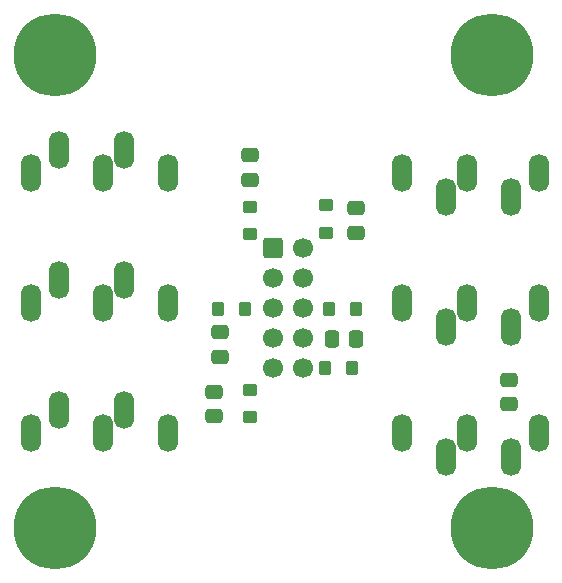
<source format=gbs>
G04 #@! TF.GenerationSoftware,KiCad,Pcbnew,7.0.7*
G04 #@! TF.CreationDate,2023-11-05T15:47:32+01:00*
G04 #@! TF.ProjectId,K_BF,4b5f4246-2e6b-4696-9361-645f70636258,rev?*
G04 #@! TF.SameCoordinates,Original*
G04 #@! TF.FileFunction,Soldermask,Bot*
G04 #@! TF.FilePolarity,Negative*
%FSLAX46Y46*%
G04 Gerber Fmt 4.6, Leading zero omitted, Abs format (unit mm)*
G04 Created by KiCad (PCBNEW 7.0.7) date 2023-11-05 15:47:32*
%MOMM*%
%LPD*%
G01*
G04 APERTURE LIST*
G04 Aperture macros list*
%AMRoundRect*
0 Rectangle with rounded corners*
0 $1 Rounding radius*
0 $2 $3 $4 $5 $6 $7 $8 $9 X,Y pos of 4 corners*
0 Add a 4 corners polygon primitive as box body*
4,1,4,$2,$3,$4,$5,$6,$7,$8,$9,$2,$3,0*
0 Add four circle primitives for the rounded corners*
1,1,$1+$1,$2,$3*
1,1,$1+$1,$4,$5*
1,1,$1+$1,$6,$7*
1,1,$1+$1,$8,$9*
0 Add four rect primitives between the rounded corners*
20,1,$1+$1,$2,$3,$4,$5,0*
20,1,$1+$1,$4,$5,$6,$7,0*
20,1,$1+$1,$6,$7,$8,$9,0*
20,1,$1+$1,$8,$9,$2,$3,0*%
G04 Aperture macros list end*
%ADD10O,1.712000X3.220000*%
%ADD11C,0.800000*%
%ADD12C,7.000000*%
%ADD13RoundRect,0.250000X-0.600000X-0.600000X0.600000X-0.600000X0.600000X0.600000X-0.600000X0.600000X0*%
%ADD14C,1.700000*%
%ADD15RoundRect,0.250000X0.337500X0.475000X-0.337500X0.475000X-0.337500X-0.475000X0.337500X-0.475000X0*%
%ADD16RoundRect,0.250000X-0.350000X0.275000X-0.350000X-0.275000X0.350000X-0.275000X0.350000X0.275000X0*%
%ADD17RoundRect,0.250000X0.475000X-0.337500X0.475000X0.337500X-0.475000X0.337500X-0.475000X-0.337500X0*%
%ADD18RoundRect,0.250000X-0.475000X0.337500X-0.475000X-0.337500X0.475000X-0.337500X0.475000X0.337500X0*%
%ADD19RoundRect,0.250000X-0.275000X-0.350000X0.275000X-0.350000X0.275000X0.350000X-0.275000X0.350000X0*%
%ADD20RoundRect,0.250000X0.350000X-0.275000X0.350000X0.275000X-0.350000X0.275000X-0.350000X-0.275000X0*%
G04 APERTURE END LIST*
D10*
X128000000Y-78000000D03*
X130400000Y-76000000D03*
X135900000Y-76000000D03*
X139600000Y-78000000D03*
X134100000Y-78000000D03*
X171000000Y-56000000D03*
X168600000Y-58000000D03*
X163100000Y-58000000D03*
X159400000Y-56000000D03*
X164900000Y-56000000D03*
D11*
X127518845Y-86143845D03*
X128287690Y-84287690D03*
X128287690Y-88000000D03*
D12*
X130000000Y-86000000D03*
D11*
X130143845Y-83518845D03*
X130143845Y-88768845D03*
X132000000Y-84287690D03*
X132000000Y-88000000D03*
X132768845Y-86143845D03*
D10*
X171000000Y-67000000D03*
X168600000Y-69000000D03*
X163100000Y-69000000D03*
X159400000Y-67000000D03*
X164900000Y-67000000D03*
D11*
X164375000Y-86000000D03*
X165143845Y-84143845D03*
X165143845Y-87856155D03*
X167000000Y-83375000D03*
D12*
X167000000Y-86000000D03*
D11*
X167000000Y-88625000D03*
X168856155Y-84143845D03*
X168856155Y-87856155D03*
X169625000Y-86000000D03*
D10*
X171000000Y-78000000D03*
X168600000Y-80000000D03*
X163100000Y-80000000D03*
X159400000Y-78000000D03*
X164900000Y-78000000D03*
X128000000Y-67000000D03*
X130400000Y-65000000D03*
X135900000Y-65000000D03*
X139600000Y-67000000D03*
X134100000Y-67000000D03*
D11*
X164375000Y-46000000D03*
X165143845Y-44143845D03*
X165143845Y-47856155D03*
X167000000Y-43375000D03*
D12*
X167000000Y-46000000D03*
D11*
X167000000Y-48625000D03*
X168856155Y-44143845D03*
X168856155Y-47856155D03*
X169625000Y-46000000D03*
D13*
X148460000Y-62340000D03*
D14*
X151000000Y-62340000D03*
X148460000Y-64880000D03*
X151000000Y-64880000D03*
X148460000Y-67420000D03*
X151000000Y-67420000D03*
X148460000Y-69960000D03*
X151000000Y-69960000D03*
X148460000Y-72500000D03*
X151000000Y-72500000D03*
D10*
X128000000Y-56000000D03*
X130400000Y-54000000D03*
X135900000Y-54000000D03*
X139600000Y-56000000D03*
X134100000Y-56000000D03*
D11*
X127375000Y-46000000D03*
X128143845Y-44143845D03*
X128143845Y-47856155D03*
X130000000Y-43375000D03*
D12*
X130000000Y-46000000D03*
D11*
X130000000Y-48625000D03*
X131856155Y-44143845D03*
X131856155Y-47856155D03*
X132625000Y-46000000D03*
D15*
X155537500Y-70000000D03*
X153462500Y-70000000D03*
D16*
X146500000Y-74350000D03*
X146500000Y-76650000D03*
D17*
X146500000Y-56537500D03*
X146500000Y-54462500D03*
D18*
X144000000Y-69462500D03*
X144000000Y-71537500D03*
D19*
X143850000Y-67500000D03*
X146150000Y-67500000D03*
D16*
X146500000Y-58850000D03*
X146500000Y-61150000D03*
D19*
X153200000Y-67500000D03*
X155500000Y-67500000D03*
D17*
X168500000Y-75537500D03*
X168500000Y-73462500D03*
D18*
X155500000Y-58962500D03*
X155500000Y-61037500D03*
D17*
X143500000Y-76537500D03*
X143500000Y-74462500D03*
D20*
X153000000Y-61000000D03*
X153000000Y-58700000D03*
D19*
X152850000Y-72500000D03*
X155150000Y-72500000D03*
M02*

</source>
